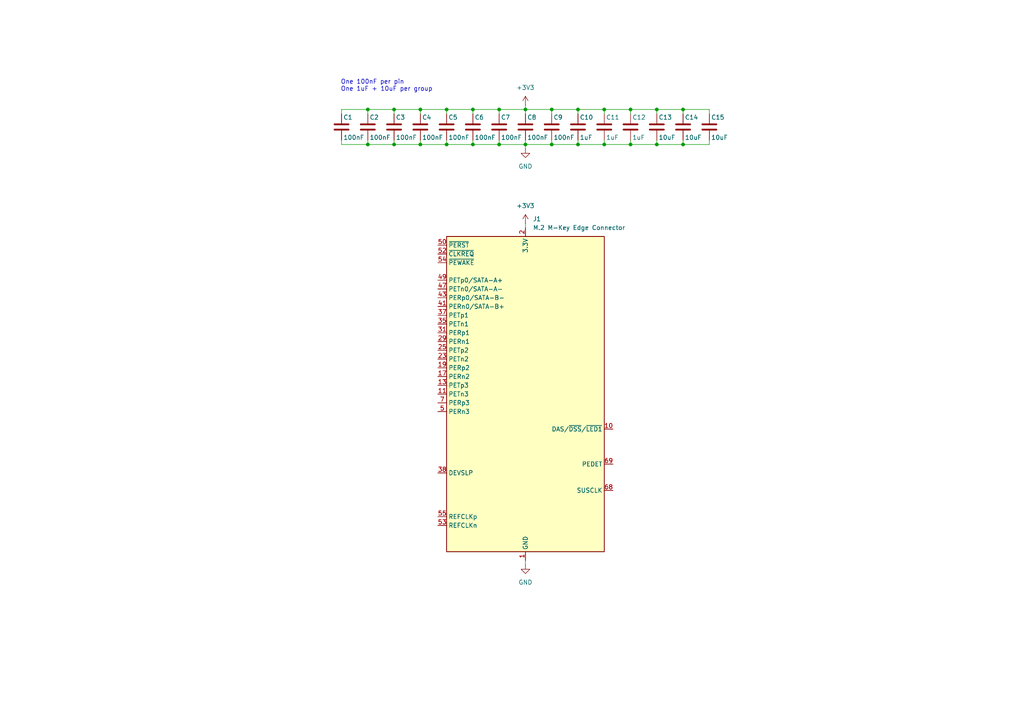
<source format=kicad_sch>
(kicad_sch (version 20250114) (generator "eeschema") (generator_version "9.0")
  (paper "A4")
  (lib_symbols
    (symbol "Connector:Bus_M.2_Socket_M"
      (property "Reference" "J" (at -22.86 46.99 0))
      (property "Value" "Bus_M.2_Socket_M" (at 16.51 46.99 0))
      (symbol "Bus_M.2_Socket_M_0_1"
        (rectangle (start -22.86 45.72) (end 22.86 -45.72) (stroke (width 0.254)) (fill (type background)))
      )
      (symbol "Bus_M.2_Socket_M_1_1"
        (pin output line (at -25.4 43.18 0) (length 2.54) (name "~{PERST}") (number "50"))
        (pin bidirectional line (at -25.4 40.64 0) (length 2.54) (name "~{CLKREQ}") (number "52"))
        (pin bidirectional line (at -25.4 38.1 0) (length 2.54) (name "~{PEWAKE}") (number "54"))
        (pin output line (at -25.4 33.02 0) (length 2.54) (name "PETp0/SATA-A+") (number "49"))
        (pin output line (at -25.4 30.48 0) (length 2.54) (name "PETn0/SATA-A-") (number "47"))
        (pin input line (at -25.4 27.94 0) (length 2.54) (name "PERp0/SATA-B-") (number "43"))
        (pin input line (at -25.4 25.4 0) (length 2.54) (name "PERn0/SATA-B+") (number "41"))
        (pin output line (at -25.4 22.86 0) (length 2.54) (name "PETp1") (number "37"))
        (pin output line (at -25.4 20.32 0) (length 2.54) (name "PETn1") (number "35"))
        (pin input line (at -25.4 17.78 0) (length 2.54) (name "PERp1") (number "31"))
        (pin input line (at -25.4 15.24 0) (length 2.54) (name "PERn1") (number "29"))
        (pin output line (at -25.4 12.7 0) (length 2.54) (name "PETp2") (number "25"))
        (pin output line (at -25.4 10.16 0) (length 2.54) (name "PETn2") (number "23"))
        (pin input line (at -25.4 7.62 0) (length 2.54) (name "PERp2") (number "19"))
        (pin input line (at -25.4 5.08 0) (length 2.54) (name "PERn2") (number "17"))
        (pin output line (at -25.4 2.54 0) (length 2.54) (name "PETp3") (number "13"))
        (pin output line (at -25.4 0 0) (length 2.54) (name "PETn3") (number "11"))
        (pin input line (at -25.4 -2.54 0) (length 2.54) (name "PERp3") (number "7"))
        (pin input line (at -25.4 -5.08 0) (length 2.54) (name "PERn3") (number "5"))
        (pin output line (at -25.4 -22.86 0) (length 2.54) (name "DEVSLP") (number "38"))
        (pin output line (at -25.4 -35.56 0) (length 2.54) (name "REFCLKp") (number "55"))
        (pin output line (at -25.4 -38.1 0) (length 2.54) (name "REFCLKn") (number "53"))
        (pin passive line (at 0 48.26 270) (length 2.54) (hide yes) (name "3.3V") (number "12"))
        (pin passive line (at 0 48.26 270) (length 2.54) (hide yes) (name "3.3V") (number "14"))
        (pin passive line (at 0 48.26 270) (length 2.54) (hide yes) (name "3.3V") (number "16"))
        (pin passive line (at 0 48.26 270) (length 2.54) (hide yes) (name "3.3V") (number "18"))
        (pin power_in line (at 0 48.26 270) (length 2.54) (name "3.3V") (number "2"))
        (pin passive line (at 0 48.26 270) (length 2.54) (hide yes) (name "3.3V") (number "4"))
        (pin passive line (at 0 48.26 270) (length 2.54) (hide yes) (name "3.3V") (number "70"))
        (pin passive line (at 0 48.26 270) (length 2.54) (hide yes) (name "3.3V") (number "72"))
        (pin passive line (at 0 48.26 270) (length 2.54) (hide yes) (name "3.3V") (number "74"))
        (pin power_in line (at 0 -48.26 90) (length 2.54) (name "GND") (number "1"))
        (pin passive line (at 0 -48.26 90) (length 2.54) (hide yes) (name "GND") (number "15"))
        (pin passive line (at 0 -48.26 90) (length 2.54) (hide yes) (name "GND") (number "21"))
        (pin passive line (at 0 -48.26 90) (length 2.54) (hide yes) (name "GND") (number "27"))
        (pin passive line (at 0 -48.26 90) (length 2.54) (hide yes) (name "GND") (number "3"))
        (pin passive line (at 0 -48.26 90) (length 2.54) (hide yes) (name "GND") (number "33"))
        (pin passive line (at 0 -48.26 90) (length 2.54) (hide yes) (name "GND") (number "39"))
        (pin passive line (at 0 -48.26 90) (length 2.54) (hide yes) (name "GND") (number "45"))
        (pin passive line (at 0 -48.26 90) (length 2.54) (hide yes) (name "GND") (number "51"))
        (pin passive line (at 0 -48.26 90) (length 2.54) (hide yes) (name "GND") (number "57"))
        (pin passive line (at 0 -48.26 90) (length 2.54) (hide yes) (name "GND") (number "71"))
        (pin passive line (at 0 -48.26 90) (length 2.54) (hide yes) (name "GND") (number "73"))
        (pin passive line (at 0 -48.26 90) (length 2.54) (hide yes) (name "GND") (number "75"))
        (pin passive line (at 0 -48.26 90) (length 2.54) (hide yes) (name "GND") (number "9"))
        (pin no_connect line (at 22.86 40.64 180) (length 2.54) (hide yes) (name "NC") (number "58"))
        (pin no_connect line (at 22.86 38.1 180) (length 2.54) (hide yes) (name "NC") (number "56"))
        (pin no_connect line (at 22.86 35.56 180) (length 2.54) (hide yes) (name "NC") (number "48"))
        (pin no_connect line (at 22.86 33.02 180) (length 2.54) (hide yes) (name "NC") (number "46"))
        (pin no_connect line (at 22.86 30.48 180) (length 2.54) (hide yes) (name "NC") (number "44"))
        (pin no_connect line (at 22.86 27.94 180) (length 2.54) (hide yes) (name "NC") (number "42"))
        (pin no_connect line (at 22.86 25.4 180) (length 2.54) (hide yes) (name "NC") (number "40"))
        (pin no_connect line (at 22.86 22.86 180) (length 2.54) (hide yes) (name "NC") (number "36"))
        (pin no_connect line (at 22.86 20.32 180) (length 2.54) (hide yes) (name "NC") (number "34"))
        (pin no_connect line (at 22.86 17.78 180) (length 2.54) (hide yes) (name "NC") (number "32"))
        (pin no_connect line (at 22.86 15.24 180) (length 2.54) (hide yes) (name "NC") (number "30"))
        (pin no_connect line (at 22.86 12.7 180) (length 2.54) (hide yes) (name "NC") (number "28"))
        (pin no_connect line (at 22.86 10.16 180) (length 2.54) (hide yes) (name "NC") (number "26"))
        (pin no_connect line (at 22.86 7.62 180) (length 2.54) (hide yes) (name "NC") (number "24"))
        (pin no_connect line (at 22.86 5.08 180) (length 2.54) (hide yes) (name "NC") (number "22"))
        (pin no_connect line (at 22.86 2.54 180) (length 2.54) (hide yes) (name "NC") (number "20"))
        (pin no_connect line (at 22.86 0 180) (length 2.54) (hide yes) (name "NC") (number "8"))
        (pin no_connect line (at 22.86 -2.54 180) (length 2.54) (hide yes) (name "NC") (number "6"))
        (pin no_connect line (at 22.86 -5.08 180) (length 2.54) (hide yes) (name "NC") (number "67"))
        (pin bidirectional line (at 25.4 -10.16 180) (length 2.54) (name "DAS/~{DSS}/~{LED1}") (number "10"))
        (pin passive line (at 25.4 -20.32 180) (length 2.54) (name "PEDET") (number "69"))
        (pin output line (at 25.4 -27.94 180) (length 2.54) (name "SUSCLK") (number "68"))
      )
    )
    (symbol "Device:C" (pin_numbers (hide yes)) (pin_names (offset 0.254))
      (property "Reference" "C" (at 0.635 2.54 0))
      (property "Value" "C" (at 0.635 -2.54 0))
      (symbol "C_0_1"
        (polyline (pts (xy -2.032 0.762) (xy 2.032 0.762)) (stroke (width 0.508)))
        (polyline (pts (xy -2.032 -0.762) (xy 2.032 -0.762)) (stroke (width 0.508)))
      )
      (symbol "C_1_1"
        (pin passive line (at 0 3.81 270) (length 2.794) (name "~") (number "1"))
        (pin passive line (at 0 -3.81 90) (length 2.794) (name "~") (number "2"))
      )
    )
    (symbol "power:+3V3" (power) (pin_numbers (hide yes)) (pin_names (offset 0) (hide yes))
      (property "Value" "+3V3" (at 0 3.556 0))
      (symbol "+3V3_0_1"
        (polyline (pts (xy -0.762 1.27) (xy 0 2.54)))
        (polyline (pts (xy 0 2.54) (xy 0.762 1.27)))
        (polyline (pts (xy 0 0) (xy 0 2.54)))
      )
      (symbol "+3V3_1_1"
        (pin power_in line (at 0 0 90) (length 0) (name "~") (number "1"))
      )
    )
    (symbol "power:GND" (power) (pin_numbers (hide yes)) (pin_names (offset 0) (hide yes))
      (property "Value" "GND" (at 0 -3.81 0))
      (symbol "GND_0_1"
        (polyline (pts (xy 0 0) (xy 0 -1.27) (xy 1.27 -1.27) (xy 0 -2.54) (xy -1.27 -1.27) (xy 0 -1.27)))
      )
      (symbol "GND_1_1"
        (pin power_in line (at 0 0 270) (length 0) (name "~") (number "1"))
      )
    )
  )
  (text "One 100nF per pin\nOne 1uF + 10uF per group" (at 98.806 24.892 0) (effects (font (size 1.27 1.27)) (justify left)))
  (junction (at 167.64 31.75))
  (junction (at 152.4 41.91))
  (junction (at 182.88 31.75))
  (junction (at 175.26 31.75))
  (junction (at 137.16 41.91))
  (junction (at 144.78 41.91))
  (junction (at 160.02 41.91))
  (junction (at 144.78 31.75))
  (junction (at 114.3 41.91))
  (junction (at 106.68 31.75))
  (junction (at 152.4 31.75))
  (junction (at 121.92 31.75))
  (junction (at 106.68 41.91))
  (junction (at 175.26 41.91))
  (junction (at 160.02 31.75))
  (junction (at 198.12 31.75))
  (junction (at 114.3 31.75))
  (junction (at 129.54 31.75))
  (junction (at 121.92 41.91))
  (junction (at 167.64 41.91))
  (junction (at 198.12 41.91))
  (junction (at 137.16 31.75))
  (junction (at 182.88 41.91))
  (junction (at 129.54 41.91))
  (junction (at 190.5 41.91))
  (junction (at 190.5 31.75))
  (wire (pts (xy 190.5 41.91) (xy 198.12 41.91)))
  (wire (pts (xy 114.3 41.91) (xy 114.3 40.64)))
  (wire (pts (xy 175.26 41.91) (xy 182.88 41.91)))
  (wire (pts (xy 137.16 31.75) (xy 144.78 31.75)))
  (wire (pts (xy 152.4 163.83) (xy 152.4 162.56)))
  (wire (pts (xy 106.68 41.91) (xy 106.68 40.64)))
  (wire (pts (xy 106.68 41.91) (xy 99.06 41.91)))
  (wire (pts (xy 190.5 40.64) (xy 190.5 41.91)))
  (wire (pts (xy 121.92 31.75) (xy 114.3 31.75)))
  (wire (pts (xy 129.54 41.91) (xy 137.16 41.91)))
  (wire (pts (xy 152.4 31.75) (xy 152.4 33.02)))
  (wire (pts (xy 152.4 41.91) (xy 152.4 40.64)))
  (wire (pts (xy 152.4 41.91) (xy 144.78 41.91)))
  (wire (pts (xy 152.4 31.75) (xy 152.4 30.48)))
  (wire (pts (xy 205.74 33.02) (xy 205.74 31.75)))
  (wire (pts (xy 190.5 31.75) (xy 190.5 33.02)))
  (wire (pts (xy 152.4 64.77) (xy 152.4 66.04)))
  (wire (pts (xy 152.4 43.18) (xy 152.4 41.91)))
  (wire (pts (xy 121.92 31.75) (xy 121.92 33.02)))
  (wire (pts (xy 160.02 41.91) (xy 167.64 41.91)))
  (wire (pts (xy 175.26 31.75) (xy 182.88 31.75)))
  (wire (pts (xy 114.3 41.91) (xy 106.68 41.91)))
  (wire (pts (xy 129.54 31.75) (xy 129.54 33.02)))
  (wire (pts (xy 167.64 41.91) (xy 175.26 41.91)))
  (wire (pts (xy 137.16 31.75) (xy 137.16 33.02)))
  (wire (pts (xy 129.54 41.91) (xy 129.54 40.64)))
  (wire (pts (xy 121.92 41.91) (xy 121.92 40.64)))
  (wire (pts (xy 198.12 40.64) (xy 198.12 41.91)))
  (wire (pts (xy 198.12 31.75) (xy 198.12 33.02)))
  (wire (pts (xy 160.02 41.91) (xy 160.02 40.64)))
  (wire (pts (xy 137.16 41.91) (xy 144.78 41.91)))
  (wire (pts (xy 99.06 41.91) (xy 99.06 40.64)))
  (wire (pts (xy 167.64 31.75) (xy 167.64 33.02)))
  (wire (pts (xy 198.12 41.91) (xy 205.74 41.91)))
  (wire (pts (xy 144.78 31.75) (xy 144.78 33.02)))
  (wire (pts (xy 205.74 41.91) (xy 205.74 40.64)))
  (wire (pts (xy 160.02 31.75) (xy 160.02 33.02)))
  (wire (pts (xy 137.16 41.91) (xy 137.16 40.64)))
  (wire (pts (xy 114.3 31.75) (xy 114.3 33.02)))
  (wire (pts (xy 144.78 31.75) (xy 152.4 31.75)))
  (wire (pts (xy 198.12 31.75) (xy 205.74 31.75)))
  (wire (pts (xy 182.88 31.75) (xy 190.5 31.75)))
  (wire (pts (xy 160.02 41.91) (xy 152.4 41.91)))
  (wire (pts (xy 182.88 41.91) (xy 190.5 41.91)))
  (wire (pts (xy 129.54 41.91) (xy 121.92 41.91)))
  (wire (pts (xy 137.16 31.75) (xy 129.54 31.75)))
  (wire (pts (xy 182.88 40.64) (xy 182.88 41.91)))
  (wire (pts (xy 175.26 31.75) (xy 175.26 33.02)))
  (wire (pts (xy 160.02 31.75) (xy 167.64 31.75)))
  (wire (pts (xy 144.78 41.91) (xy 144.78 40.64)))
  (wire (pts (xy 121.92 41.91) (xy 114.3 41.91)))
  (wire (pts (xy 106.68 31.75) (xy 106.68 33.02)))
  (wire (pts (xy 106.68 31.75) (xy 99.06 31.75)))
  (wire (pts (xy 167.64 40.64) (xy 167.64 41.91)))
  (wire (pts (xy 152.4 31.75) (xy 160.02 31.75)))
  (wire (pts (xy 114.3 31.75) (xy 106.68 31.75)))
  (wire (pts (xy 182.88 31.75) (xy 182.88 33.02)))
  (wire (pts (xy 99.06 31.75) (xy 99.06 33.02)))
  (wire (pts (xy 129.54 31.75) (xy 121.92 31.75)))
  (wire (pts (xy 190.5 31.75) (xy 198.12 31.75)))
  (wire (pts (xy 167.64 31.75) (xy 175.26 31.75)))
  (wire (pts (xy 175.26 40.64) (xy 175.26 41.91)))
  (symbol (lib_id "power:+3V3") (at 152.4 64.77 0) (unit 1)
    (property "Reference" "#PWR02" (effects (hide yes)))
    (property "Value" "+3V3" (at 152.4 59.69 0))
    (property "Description" "Power symbol creates a global label with name \"+3V3\"" (effects (hide yes)))
  )
  (symbol (lib_id "Device:C") (at 190.5 36.83 0) (unit 1)
    (property "Reference" "C13" (at 191.008 34.036 0) (effects (justify left)))
    (property "Value" "10uF" (at 191.008 39.878 0) (effects (justify left)))
    (property "Description" "Unpolarized capacitor" (effects (hide yes)))
  )
  (symbol (lib_id "power:GND") (at 152.4 43.18 0) (unit 1)
    (property "Reference" "#PWR04" (effects (hide yes)))
    (property "Value" "GND" (at 152.4 48.26 0))
    (property "Description" "Power symbol creates a global label with name \"GND\" , ground" (effects (hide yes)))
  )
  (symbol (lib_id "power:GND") (at 152.4 163.83 0) (unit 1)
    (property "Reference" "#PWR01" (effects (hide yes)))
    (property "Value" "GND" (at 152.4 168.91 0))
    (property "Description" "Power symbol creates a global label with name \"GND\" , ground" (effects (hide yes)))
  )
  (symbol (lib_id "power:+3V3") (at 152.4 30.48 0) (unit 1)
    (property "Reference" "#PWR03" (effects (hide yes)))
    (property "Value" "+3V3" (at 152.4 25.4 0))
    (property "Description" "Power symbol creates a global label with name \"+3V3\"" (effects (hide yes)))
  )
  (symbol (lib_id "Device:C") (at 137.16 36.83 0) (unit 1)
    (property "Reference" "C6" (at 137.668 34.036 0) (effects (justify left)))
    (property "Value" "100nF" (at 137.668 39.878 0) (effects (justify left)))
    (property "Description" "Unpolarized capacitor" (effects (hide yes)))
  )
  (symbol (lib_id "Device:C") (at 205.74 36.83 0) (unit 1)
    (property "Reference" "C15" (at 206.248 34.036 0) (effects (justify left)))
    (property "Value" "10uF" (at 206.248 39.878 0) (effects (justify left)))
    (property "Description" "Unpolarized capacitor" (effects (hide yes)))
  )
  (symbol (lib_id "Device:C") (at 129.54 36.83 0) (unit 1)
    (property "Reference" "C5" (at 130.048 34.036 0) (effects (justify left)))
    (property "Value" "100nF" (at 130.048 39.878 0) (effects (justify left)))
    (property "Description" "Unpolarized capacitor" (effects (hide yes)))
  )
  (symbol (lib_id "Device:C") (at 167.64 36.83 0) (unit 1)
    (property "Reference" "C10" (at 168.148 34.036 0) (effects (justify left)))
    (property "Value" "1uF" (at 168.148 39.878 0) (effects (justify left)))
    (property "Description" "Unpolarized capacitor" (effects (hide yes)))
  )
  (symbol (lib_id "Device:C") (at 144.78 36.83 0) (unit 1)
    (property "Reference" "C7" (at 145.288 34.036 0) (effects (justify left)))
    (property "Value" "100nF" (at 145.288 39.878 0) (effects (justify left)))
    (property "Description" "Unpolarized capacitor" (effects (hide yes)))
  )
  (symbol (lib_id "Device:C") (at 152.4 36.83 0) (unit 1)
    (property "Reference" "C8" (at 152.908 34.036 0) (effects (justify left)))
    (property "Value" "100nF" (at 152.908 39.878 0) (effects (justify left)))
    (property "Description" "Unpolarized capacitor" (effects (hide yes)))
  )
  (symbol (lib_id "Device:C") (at 175.26 36.83 0) (unit 1)
    (property "Reference" "C11" (at 175.768 34.036 0) (effects (justify left)))
    (property "Value" "1uF" (at 175.768 39.878 0) (effects (justify left)))
    (property "Description" "Unpolarized capacitor" (effects (hide yes)))
  )
  (symbol (lib_id "Device:C") (at 99.06 36.83 0) (unit 1)
    (property "Reference" "C1" (at 99.568 34.036 0) (effects (justify left)))
    (property "Value" "100nF" (at 99.568 39.878 0) (effects (justify left)))
    (property "Description" "Unpolarized capacitor" (effects (hide yes)))
  )
  (symbol (lib_id "Device:C") (at 182.88 36.83 0) (unit 1)
    (property "Reference" "C12" (at 183.388 34.036 0) (effects (justify left)))
    (property "Value" "1uF" (at 183.388 39.878 0) (effects (justify left)))
    (property "Description" "Unpolarized capacitor" (effects (hide yes)))
  )
  (symbol (lib_id "Device:C") (at 106.68 36.83 0) (unit 1)
    (property "Reference" "C2" (at 107.188 34.036 0) (effects (justify left)))
    (property "Value" "100nF" (at 107.188 39.878 0) (effects (justify left)))
    (property "Description" "Unpolarized capacitor" (effects (hide yes)))
  )
  (symbol (lib_id "Connector:Bus_M.2_Socket_M") (at 152.4 114.3 0) (unit 1)
    (property "Reference" "J1" (at 154.5433 63.5 0) (effects (justify left)))
    (property "Value" "M.2 M-Key Edge Connector" (at 154.5433 66.04 0) (effects (justify left)))
    (property "Datasheet" "https://web.archive.org/web/20200613074028/http://read.pudn.com/downloads794/doc/project/3133918/PCIe_M.2_Electromechanical_Spec_Rev1.0_Final_11012013_RS_Clean.pdf#page=155" (effects (hide yes)))
    (property "Description" "M.2 Socket 3 Mechanical Key M" (effects (hide yes)))
  )
  (symbol (lib_id "Device:C") (at 114.3 36.83 0) (unit 1)
    (property "Reference" "C3" (at 114.808 34.036 0) (effects (justify left)))
    (property "Value" "100nF" (at 114.808 39.878 0) (effects (justify left)))
    (property "Description" "Unpolarized capacitor" (effects (hide yes)))
  )
  (symbol (lib_id "Device:C") (at 160.02 36.83 0) (unit 1)
    (property "Reference" "C9" (at 160.528 34.036 0) (effects (justify left)))
    (property "Value" "100nF" (at 160.528 39.878 0) (effects (justify left)))
    (property "Description" "Unpolarized capacitor" (effects (hide yes)))
  )
  (symbol (lib_id "Device:C") (at 121.92 36.83 0) (unit 1)
    (property "Reference" "C4" (at 122.428 34.036 0) (effects (justify left)))
    (property "Value" "100nF" (at 122.428 39.878 0) (effects (justify left)))
    (property "Description" "Unpolarized capacitor" (effects (hide yes)))
  )
  (symbol (lib_id "Device:C") (at 198.12 36.83 0) (unit 1)
    (property "Reference" "C14" (at 198.628 34.036 0) (effects (justify left)))
    (property "Value" "10uF" (at 198.628 39.878 0) (effects (justify left)))
    (property "Description" "Unpolarized capacitor" (effects (hide yes)))
  )
)
</source>
